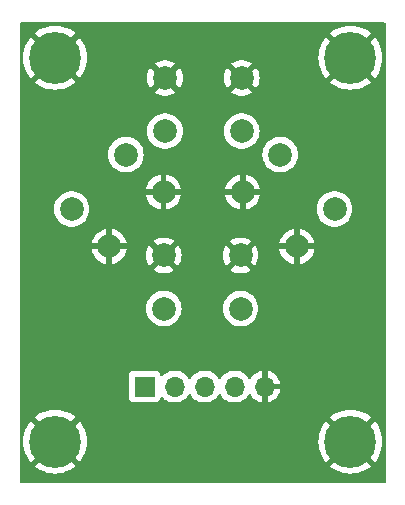
<source format=gbr>
%TF.GenerationSoftware,KiCad,Pcbnew,7.0.7*%
%TF.CreationDate,2023-09-26T19:09:09+01:00*%
%TF.ProjectId,dpad,64706164-2e6b-4696-9361-645f70636258,1*%
%TF.SameCoordinates,Original*%
%TF.FileFunction,Copper,L2,Bot*%
%TF.FilePolarity,Positive*%
%FSLAX46Y46*%
G04 Gerber Fmt 4.6, Leading zero omitted, Abs format (unit mm)*
G04 Created by KiCad (PCBNEW 7.0.7) date 2023-09-26 19:09:09*
%MOMM*%
%LPD*%
G01*
G04 APERTURE LIST*
%TA.AperFunction,ComponentPad*%
%ADD10C,4.400000*%
%TD*%
%TA.AperFunction,ComponentPad*%
%ADD11C,2.000000*%
%TD*%
%TA.AperFunction,ComponentPad*%
%ADD12R,1.700000X1.700000*%
%TD*%
%TA.AperFunction,ComponentPad*%
%ADD13O,1.700000X1.700000*%
%TD*%
G04 APERTURE END LIST*
D10*
%TO.P,H4,1,1*%
%TO.N,GND*%
X95400000Y-71200000D03*
%TD*%
%TO.P,H3,1,1*%
%TO.N,GND*%
X95400000Y-38700000D03*
%TD*%
%TO.P,H2,1,1*%
%TO.N,GND*%
X70400000Y-71200000D03*
%TD*%
%TO.P,H1,1,1*%
%TO.N,GND*%
X70400000Y-38700000D03*
%TD*%
D11*
%TO.P,SW2,1,1*%
%TO.N,D2*%
X86102000Y-59932000D03*
X79602000Y-59932000D03*
%TO.P,SW2,2,2*%
%TO.N,GND*%
X86102000Y-55432000D03*
X79602000Y-55432000D03*
%TD*%
%TO.P,SW4,1,1*%
%TO.N,D4*%
X89458894Y-46898913D03*
X94055088Y-51495107D03*
%TO.P,SW4,2,2*%
%TO.N,GND*%
X86276913Y-50080894D03*
X90873108Y-54677088D03*
%TD*%
%TO.P,SW3,1,1*%
%TO.N,D3*%
X86200000Y-44910000D03*
X79700000Y-44910000D03*
%TO.P,SW3,2,2*%
%TO.N,GND*%
X86200000Y-40410000D03*
X79700000Y-40410000D03*
%TD*%
%TO.P,SW1,1,1*%
%TO.N,D1*%
X71798913Y-51495107D03*
X76395107Y-46898913D03*
%TO.P,SW1,2,2*%
%TO.N,GND*%
X74980894Y-54677088D03*
X79577088Y-50080893D03*
%TD*%
D12*
%TO.P,J1,1,Pin_1*%
%TO.N,D1*%
X77974000Y-66536000D03*
D13*
%TO.P,J1,2,Pin_2*%
%TO.N,D2*%
X80514000Y-66536000D03*
%TO.P,J1,3,Pin_3*%
%TO.N,D3*%
X83054000Y-66536000D03*
%TO.P,J1,4,Pin_4*%
%TO.N,D4*%
X85594000Y-66536000D03*
%TO.P,J1,5,Pin_5*%
%TO.N,GND*%
X88134000Y-66536000D03*
%TD*%
%TA.AperFunction,Conductor*%
%TO.N,GND*%
G36*
X98342539Y-35720185D02*
G01*
X98388294Y-35772989D01*
X98399500Y-35824500D01*
X98399500Y-74575500D01*
X98379815Y-74642539D01*
X98327011Y-74688294D01*
X98275500Y-74699500D01*
X67524500Y-74699500D01*
X67457461Y-74679815D01*
X67411706Y-74627011D01*
X67400500Y-74575500D01*
X67400500Y-71200000D01*
X67695065Y-71200000D01*
X67714786Y-71526038D01*
X67773667Y-71847341D01*
X67870835Y-72159164D01*
X67870839Y-72159175D01*
X68004897Y-72457041D01*
X68004898Y-72457043D01*
X68173887Y-72736586D01*
X68321477Y-72924968D01*
X69360554Y-71885891D01*
X69421877Y-71852406D01*
X69491569Y-71857390D01*
X69547502Y-71899262D01*
X69549242Y-71901644D01*
X69564893Y-71923623D01*
X69564895Y-71923625D01*
X69711041Y-72062975D01*
X69745976Y-72123484D01*
X69742651Y-72193274D01*
X69713152Y-72240399D01*
X68675030Y-73278521D01*
X68675030Y-73278522D01*
X68863414Y-73426112D01*
X68863423Y-73426118D01*
X69142956Y-73595101D01*
X69142958Y-73595102D01*
X69440824Y-73729160D01*
X69440835Y-73729164D01*
X69752658Y-73826332D01*
X70073961Y-73885213D01*
X70400000Y-73904934D01*
X70726038Y-73885213D01*
X71047341Y-73826332D01*
X71359164Y-73729164D01*
X71359175Y-73729160D01*
X71657041Y-73595102D01*
X71657043Y-73595101D01*
X71936576Y-73426118D01*
X71936584Y-73426112D01*
X72124968Y-73278522D01*
X72124968Y-73278521D01*
X71084234Y-72237787D01*
X71050749Y-72176464D01*
X71055733Y-72106772D01*
X71095263Y-72052636D01*
X71162540Y-71999729D01*
X71256723Y-71891035D01*
X71315496Y-71853264D01*
X71385365Y-71853263D01*
X71438113Y-71884560D01*
X72478521Y-72924968D01*
X72478522Y-72924968D01*
X72626112Y-72736584D01*
X72626118Y-72736576D01*
X72795101Y-72457043D01*
X72795102Y-72457041D01*
X72929160Y-72159175D01*
X72929164Y-72159164D01*
X73026332Y-71847341D01*
X73085213Y-71526038D01*
X73104934Y-71200000D01*
X92695065Y-71200000D01*
X92714786Y-71526038D01*
X92773667Y-71847341D01*
X92870835Y-72159164D01*
X92870839Y-72159175D01*
X93004897Y-72457041D01*
X93004898Y-72457043D01*
X93173887Y-72736586D01*
X93321477Y-72924968D01*
X94360554Y-71885891D01*
X94421877Y-71852406D01*
X94491569Y-71857390D01*
X94547502Y-71899262D01*
X94549242Y-71901644D01*
X94564893Y-71923623D01*
X94564895Y-71923625D01*
X94711041Y-72062975D01*
X94745976Y-72123484D01*
X94742651Y-72193274D01*
X94713152Y-72240399D01*
X93675030Y-73278521D01*
X93675030Y-73278522D01*
X93863414Y-73426112D01*
X93863423Y-73426118D01*
X94142956Y-73595101D01*
X94142958Y-73595102D01*
X94440824Y-73729160D01*
X94440835Y-73729164D01*
X94752658Y-73826332D01*
X95073961Y-73885213D01*
X95400000Y-73904934D01*
X95726038Y-73885213D01*
X96047341Y-73826332D01*
X96359164Y-73729164D01*
X96359175Y-73729160D01*
X96657041Y-73595102D01*
X96657043Y-73595101D01*
X96936576Y-73426118D01*
X96936584Y-73426112D01*
X97124968Y-73278522D01*
X97124968Y-73278521D01*
X96084234Y-72237787D01*
X96050749Y-72176464D01*
X96055733Y-72106772D01*
X96095263Y-72052636D01*
X96162540Y-71999729D01*
X96256723Y-71891035D01*
X96315496Y-71853264D01*
X96385365Y-71853263D01*
X96438113Y-71884560D01*
X97478521Y-72924968D01*
X97478522Y-72924968D01*
X97626112Y-72736584D01*
X97626118Y-72736576D01*
X97795101Y-72457043D01*
X97795102Y-72457041D01*
X97929160Y-72159175D01*
X97929164Y-72159164D01*
X98026332Y-71847341D01*
X98085213Y-71526038D01*
X98104934Y-71200000D01*
X98085213Y-70873961D01*
X98026332Y-70552658D01*
X97929164Y-70240835D01*
X97929160Y-70240824D01*
X97795102Y-69942958D01*
X97795101Y-69942956D01*
X97626118Y-69663423D01*
X97626112Y-69663414D01*
X97478521Y-69475030D01*
X96439444Y-70514107D01*
X96378121Y-70547592D01*
X96308429Y-70542608D01*
X96252496Y-70500736D01*
X96250755Y-70498352D01*
X96235108Y-70476378D01*
X96235104Y-70476374D01*
X96088957Y-70337023D01*
X96054022Y-70276514D01*
X96057347Y-70206724D01*
X96086846Y-70159599D01*
X97124968Y-69121477D01*
X97124968Y-69121476D01*
X96936586Y-68973887D01*
X96657043Y-68804898D01*
X96657041Y-68804897D01*
X96359175Y-68670839D01*
X96359164Y-68670835D01*
X96047341Y-68573667D01*
X95726038Y-68514786D01*
X95400000Y-68495065D01*
X95073961Y-68514786D01*
X94752658Y-68573667D01*
X94440835Y-68670835D01*
X94440824Y-68670839D01*
X94142958Y-68804897D01*
X94142956Y-68804898D01*
X93863423Y-68973881D01*
X93675030Y-69121476D01*
X93675030Y-69121477D01*
X94715765Y-70162212D01*
X94749250Y-70223535D01*
X94744266Y-70293227D01*
X94704737Y-70347363D01*
X94637458Y-70400272D01*
X94637453Y-70400277D01*
X94543278Y-70508960D01*
X94484500Y-70546734D01*
X94414630Y-70546734D01*
X94361885Y-70515438D01*
X93321477Y-69475030D01*
X93321476Y-69475030D01*
X93173881Y-69663423D01*
X93004898Y-69942956D01*
X93004897Y-69942958D01*
X92870839Y-70240824D01*
X92870835Y-70240835D01*
X92773667Y-70552658D01*
X92714786Y-70873961D01*
X92695065Y-71200000D01*
X73104934Y-71200000D01*
X73085213Y-70873961D01*
X73026332Y-70552658D01*
X72929164Y-70240835D01*
X72929160Y-70240824D01*
X72795102Y-69942958D01*
X72795101Y-69942956D01*
X72626118Y-69663423D01*
X72626112Y-69663414D01*
X72478521Y-69475030D01*
X71439444Y-70514107D01*
X71378121Y-70547592D01*
X71308429Y-70542608D01*
X71252496Y-70500736D01*
X71250755Y-70498352D01*
X71235108Y-70476378D01*
X71235104Y-70476374D01*
X71088957Y-70337023D01*
X71054022Y-70276514D01*
X71057347Y-70206724D01*
X71086846Y-70159599D01*
X72124968Y-69121477D01*
X72124968Y-69121476D01*
X71936586Y-68973887D01*
X71657043Y-68804898D01*
X71657041Y-68804897D01*
X71359175Y-68670839D01*
X71359164Y-68670835D01*
X71047341Y-68573667D01*
X70726038Y-68514786D01*
X70400000Y-68495065D01*
X70073961Y-68514786D01*
X69752658Y-68573667D01*
X69440835Y-68670835D01*
X69440824Y-68670839D01*
X69142958Y-68804897D01*
X69142956Y-68804898D01*
X68863423Y-68973881D01*
X68675030Y-69121476D01*
X68675030Y-69121477D01*
X69715765Y-70162212D01*
X69749250Y-70223535D01*
X69744266Y-70293227D01*
X69704737Y-70347363D01*
X69637458Y-70400272D01*
X69637453Y-70400277D01*
X69543278Y-70508960D01*
X69484500Y-70546734D01*
X69414630Y-70546734D01*
X69361885Y-70515438D01*
X68321477Y-69475030D01*
X68321476Y-69475030D01*
X68173881Y-69663423D01*
X68004898Y-69942956D01*
X68004897Y-69942958D01*
X67870839Y-70240824D01*
X67870835Y-70240835D01*
X67773667Y-70552658D01*
X67714786Y-70873961D01*
X67695065Y-71200000D01*
X67400500Y-71200000D01*
X67400500Y-67433870D01*
X76623500Y-67433870D01*
X76623501Y-67433876D01*
X76629908Y-67493483D01*
X76680202Y-67628328D01*
X76680206Y-67628335D01*
X76766452Y-67743544D01*
X76766455Y-67743547D01*
X76881664Y-67829793D01*
X76881671Y-67829797D01*
X77016517Y-67880091D01*
X77016516Y-67880091D01*
X77023444Y-67880835D01*
X77076127Y-67886500D01*
X78871872Y-67886499D01*
X78931483Y-67880091D01*
X79066331Y-67829796D01*
X79181546Y-67743546D01*
X79267796Y-67628331D01*
X79316810Y-67496916D01*
X79358681Y-67440984D01*
X79424145Y-67416566D01*
X79492418Y-67431417D01*
X79520672Y-67452569D01*
X79642599Y-67574495D01*
X79739384Y-67642264D01*
X79836165Y-67710032D01*
X79836167Y-67710033D01*
X79836170Y-67710035D01*
X80050337Y-67809903D01*
X80278592Y-67871063D01*
X80455034Y-67886500D01*
X80513999Y-67891659D01*
X80514000Y-67891659D01*
X80514001Y-67891659D01*
X80572966Y-67886500D01*
X80749408Y-67871063D01*
X80977663Y-67809903D01*
X81191830Y-67710035D01*
X81385401Y-67574495D01*
X81552495Y-67407401D01*
X81682424Y-67221842D01*
X81737002Y-67178217D01*
X81806500Y-67171023D01*
X81868855Y-67202546D01*
X81885575Y-67221842D01*
X82015281Y-67407082D01*
X82015505Y-67407401D01*
X82182599Y-67574495D01*
X82279384Y-67642264D01*
X82376165Y-67710032D01*
X82376167Y-67710033D01*
X82376170Y-67710035D01*
X82590337Y-67809903D01*
X82818592Y-67871063D01*
X82995034Y-67886500D01*
X83053999Y-67891659D01*
X83054000Y-67891659D01*
X83054001Y-67891659D01*
X83112966Y-67886500D01*
X83289408Y-67871063D01*
X83517663Y-67809903D01*
X83731830Y-67710035D01*
X83925401Y-67574495D01*
X84092495Y-67407401D01*
X84222424Y-67221842D01*
X84277002Y-67178217D01*
X84346500Y-67171023D01*
X84408855Y-67202546D01*
X84425575Y-67221842D01*
X84555281Y-67407082D01*
X84555505Y-67407401D01*
X84722599Y-67574495D01*
X84819384Y-67642264D01*
X84916165Y-67710032D01*
X84916167Y-67710033D01*
X84916170Y-67710035D01*
X85130337Y-67809903D01*
X85358592Y-67871063D01*
X85535034Y-67886500D01*
X85593999Y-67891659D01*
X85594000Y-67891659D01*
X85594001Y-67891659D01*
X85652966Y-67886500D01*
X85829408Y-67871063D01*
X86057663Y-67809903D01*
X86271830Y-67710035D01*
X86465401Y-67574495D01*
X86632495Y-67407401D01*
X86762730Y-67221405D01*
X86817307Y-67177781D01*
X86886805Y-67170587D01*
X86949160Y-67202110D01*
X86965879Y-67221405D01*
X87095890Y-67407078D01*
X87262917Y-67574105D01*
X87456421Y-67709600D01*
X87670507Y-67809429D01*
X87670516Y-67809433D01*
X87884000Y-67866634D01*
X87884000Y-67148301D01*
X87903685Y-67081262D01*
X87956489Y-67035507D01*
X88025647Y-67025563D01*
X88098237Y-67036000D01*
X88098238Y-67036000D01*
X88169762Y-67036000D01*
X88169763Y-67036000D01*
X88242353Y-67025563D01*
X88311512Y-67035507D01*
X88364315Y-67081262D01*
X88384000Y-67148301D01*
X88384000Y-67866633D01*
X88597483Y-67809433D01*
X88597492Y-67809429D01*
X88811578Y-67709600D01*
X89005082Y-67574105D01*
X89172105Y-67407082D01*
X89307600Y-67213578D01*
X89407429Y-66999492D01*
X89407432Y-66999486D01*
X89464636Y-66786000D01*
X88747347Y-66786000D01*
X88680308Y-66766315D01*
X88634553Y-66713511D01*
X88624609Y-66644353D01*
X88628369Y-66627067D01*
X88634000Y-66607888D01*
X88634000Y-66464111D01*
X88628369Y-66444933D01*
X88628370Y-66375064D01*
X88666145Y-66316286D01*
X88729701Y-66287262D01*
X88747347Y-66286000D01*
X89464636Y-66286000D01*
X89464635Y-66285999D01*
X89407432Y-66072513D01*
X89407429Y-66072507D01*
X89307600Y-65858422D01*
X89307599Y-65858420D01*
X89172113Y-65664926D01*
X89172108Y-65664920D01*
X89005082Y-65497894D01*
X88811578Y-65362399D01*
X88597492Y-65262570D01*
X88597486Y-65262567D01*
X88384000Y-65205364D01*
X88384000Y-65923698D01*
X88364315Y-65990737D01*
X88311511Y-66036492D01*
X88242355Y-66046436D01*
X88169766Y-66036000D01*
X88169763Y-66036000D01*
X88098237Y-66036000D01*
X88098233Y-66036000D01*
X88025645Y-66046436D01*
X87956487Y-66036492D01*
X87903684Y-65990736D01*
X87884000Y-65923698D01*
X87884000Y-65205364D01*
X87883999Y-65205364D01*
X87670513Y-65262567D01*
X87670507Y-65262570D01*
X87456422Y-65362399D01*
X87456420Y-65362400D01*
X87262926Y-65497886D01*
X87262920Y-65497891D01*
X87095891Y-65664920D01*
X87095890Y-65664922D01*
X86965880Y-65850595D01*
X86911303Y-65894219D01*
X86841804Y-65901412D01*
X86779450Y-65869890D01*
X86762730Y-65850594D01*
X86632494Y-65664597D01*
X86465402Y-65497506D01*
X86465395Y-65497501D01*
X86271834Y-65361967D01*
X86271830Y-65361965D01*
X86271830Y-65361964D01*
X86057663Y-65262097D01*
X86057659Y-65262096D01*
X86057655Y-65262094D01*
X85829413Y-65200938D01*
X85829403Y-65200936D01*
X85594001Y-65180341D01*
X85593999Y-65180341D01*
X85358596Y-65200936D01*
X85358586Y-65200938D01*
X85130344Y-65262094D01*
X85130335Y-65262098D01*
X84916171Y-65361964D01*
X84916169Y-65361965D01*
X84722597Y-65497505D01*
X84555505Y-65664597D01*
X84425575Y-65850158D01*
X84370998Y-65893783D01*
X84301500Y-65900977D01*
X84239145Y-65869454D01*
X84222425Y-65850158D01*
X84092494Y-65664597D01*
X83925402Y-65497506D01*
X83925395Y-65497501D01*
X83731834Y-65361967D01*
X83731830Y-65361965D01*
X83731829Y-65361964D01*
X83517663Y-65262097D01*
X83517659Y-65262096D01*
X83517655Y-65262094D01*
X83289413Y-65200938D01*
X83289403Y-65200936D01*
X83054001Y-65180341D01*
X83053999Y-65180341D01*
X82818596Y-65200936D01*
X82818586Y-65200938D01*
X82590344Y-65262094D01*
X82590335Y-65262098D01*
X82376171Y-65361964D01*
X82376169Y-65361965D01*
X82182597Y-65497505D01*
X82015505Y-65664597D01*
X81885575Y-65850158D01*
X81830998Y-65893783D01*
X81761500Y-65900977D01*
X81699145Y-65869454D01*
X81682425Y-65850158D01*
X81552494Y-65664597D01*
X81385402Y-65497506D01*
X81385395Y-65497501D01*
X81191834Y-65361967D01*
X81191830Y-65361965D01*
X81191828Y-65361964D01*
X80977663Y-65262097D01*
X80977659Y-65262096D01*
X80977655Y-65262094D01*
X80749413Y-65200938D01*
X80749403Y-65200936D01*
X80514001Y-65180341D01*
X80513999Y-65180341D01*
X80278596Y-65200936D01*
X80278586Y-65200938D01*
X80050344Y-65262094D01*
X80050335Y-65262098D01*
X79836171Y-65361964D01*
X79836169Y-65361965D01*
X79642600Y-65497503D01*
X79520673Y-65619430D01*
X79459350Y-65652914D01*
X79389658Y-65647930D01*
X79333725Y-65606058D01*
X79316810Y-65575081D01*
X79267797Y-65443671D01*
X79267793Y-65443664D01*
X79181547Y-65328455D01*
X79181544Y-65328452D01*
X79066335Y-65242206D01*
X79066328Y-65242202D01*
X78931482Y-65191908D01*
X78931483Y-65191908D01*
X78871883Y-65185501D01*
X78871881Y-65185500D01*
X78871873Y-65185500D01*
X78871864Y-65185500D01*
X77076129Y-65185500D01*
X77076123Y-65185501D01*
X77016516Y-65191908D01*
X76881671Y-65242202D01*
X76881664Y-65242206D01*
X76766455Y-65328452D01*
X76766452Y-65328455D01*
X76680206Y-65443664D01*
X76680202Y-65443671D01*
X76629908Y-65578517D01*
X76623501Y-65638116D01*
X76623500Y-65638135D01*
X76623500Y-67433870D01*
X67400500Y-67433870D01*
X67400500Y-59932005D01*
X78096357Y-59932005D01*
X78116890Y-60179812D01*
X78116892Y-60179824D01*
X78177936Y-60420881D01*
X78277826Y-60648606D01*
X78413833Y-60856782D01*
X78413836Y-60856785D01*
X78582256Y-61039738D01*
X78778491Y-61192474D01*
X78997190Y-61310828D01*
X79232386Y-61391571D01*
X79477665Y-61432500D01*
X79726335Y-61432500D01*
X79971614Y-61391571D01*
X80206810Y-61310828D01*
X80425509Y-61192474D01*
X80621744Y-61039738D01*
X80790164Y-60856785D01*
X80926173Y-60648607D01*
X81026063Y-60420881D01*
X81087108Y-60179821D01*
X81107643Y-59932005D01*
X84596357Y-59932005D01*
X84616890Y-60179812D01*
X84616892Y-60179824D01*
X84677936Y-60420881D01*
X84777826Y-60648606D01*
X84913833Y-60856782D01*
X84913836Y-60856785D01*
X85082256Y-61039738D01*
X85278491Y-61192474D01*
X85497190Y-61310828D01*
X85732386Y-61391571D01*
X85977665Y-61432500D01*
X86226335Y-61432500D01*
X86471614Y-61391571D01*
X86706810Y-61310828D01*
X86925509Y-61192474D01*
X87121744Y-61039738D01*
X87290164Y-60856785D01*
X87426173Y-60648607D01*
X87526063Y-60420881D01*
X87587108Y-60179821D01*
X87607643Y-59932000D01*
X87587108Y-59684179D01*
X87526063Y-59443119D01*
X87426173Y-59215393D01*
X87426173Y-59215392D01*
X87290166Y-59007217D01*
X87268557Y-58983744D01*
X87121744Y-58824262D01*
X86925509Y-58671526D01*
X86925507Y-58671525D01*
X86925506Y-58671524D01*
X86706811Y-58553172D01*
X86706802Y-58553169D01*
X86471616Y-58472429D01*
X86226335Y-58431500D01*
X85977665Y-58431500D01*
X85732383Y-58472429D01*
X85497197Y-58553169D01*
X85497188Y-58553172D01*
X85278493Y-58671524D01*
X85082257Y-58824261D01*
X84913833Y-59007217D01*
X84777826Y-59215393D01*
X84677936Y-59443118D01*
X84616892Y-59684175D01*
X84616890Y-59684187D01*
X84596357Y-59931994D01*
X84596357Y-59932005D01*
X81107643Y-59932005D01*
X81107643Y-59932000D01*
X81087108Y-59684179D01*
X81026063Y-59443119D01*
X80926173Y-59215393D01*
X80926172Y-59215392D01*
X80790166Y-59007217D01*
X80768557Y-58983744D01*
X80621744Y-58824262D01*
X80425509Y-58671526D01*
X80425507Y-58671525D01*
X80425506Y-58671524D01*
X80206811Y-58553172D01*
X80206802Y-58553169D01*
X79971616Y-58472429D01*
X79726335Y-58431500D01*
X79477665Y-58431500D01*
X79232383Y-58472429D01*
X78997197Y-58553169D01*
X78997188Y-58553172D01*
X78778493Y-58671524D01*
X78582257Y-58824261D01*
X78413833Y-59007217D01*
X78277826Y-59215393D01*
X78177936Y-59443118D01*
X78116892Y-59684175D01*
X78116890Y-59684187D01*
X78096357Y-59931994D01*
X78096357Y-59932005D01*
X67400500Y-59932005D01*
X67400500Y-54927088D01*
X73496854Y-54927088D01*
X73557305Y-55165804D01*
X73657161Y-55393455D01*
X73793126Y-55601566D01*
X73961486Y-55784452D01*
X73961496Y-55784461D01*
X74157656Y-55937139D01*
X74157665Y-55937145D01*
X74376279Y-56055452D01*
X74376290Y-56055457D01*
X74611401Y-56136171D01*
X74730893Y-56156111D01*
X74730894Y-56156110D01*
X74730894Y-55341740D01*
X74750579Y-55274701D01*
X74803383Y-55228946D01*
X74872541Y-55219002D01*
X74888341Y-55222336D01*
X74905298Y-55227088D01*
X74905300Y-55227088D01*
X75018516Y-55227088D01*
X75090010Y-55217261D01*
X75159104Y-55227633D01*
X75211623Y-55273715D01*
X75230894Y-55340106D01*
X75230894Y-56156111D01*
X75350386Y-56136171D01*
X75585497Y-56055457D01*
X75585508Y-56055452D01*
X75804122Y-55937145D01*
X75804131Y-55937139D01*
X76000291Y-55784461D01*
X76000301Y-55784452D01*
X76168661Y-55601566D01*
X76279440Y-55432005D01*
X78096859Y-55432005D01*
X78117385Y-55679729D01*
X78117387Y-55679738D01*
X78178412Y-55920717D01*
X78278266Y-56148364D01*
X78378564Y-56301882D01*
X78953482Y-55726964D01*
X79014805Y-55693479D01*
X79084496Y-55698463D01*
X79140430Y-55740334D01*
X79143514Y-55745249D01*
X79143549Y-55745225D01*
X79148441Y-55752156D01*
X79251637Y-55862651D01*
X79251638Y-55862652D01*
X79286698Y-55883973D01*
X79333749Y-55935623D01*
X79345407Y-56004513D01*
X79317970Y-56068770D01*
X79309950Y-56077601D01*
X78731942Y-56655609D01*
X78778768Y-56692055D01*
X78778770Y-56692056D01*
X78997385Y-56810364D01*
X78997396Y-56810369D01*
X79232506Y-56891083D01*
X79477707Y-56932000D01*
X79726293Y-56932000D01*
X79971493Y-56891083D01*
X80206603Y-56810369D01*
X80206614Y-56810364D01*
X80425228Y-56692057D01*
X80425231Y-56692055D01*
X80472056Y-56655609D01*
X79895165Y-56078718D01*
X79861680Y-56017395D01*
X79866664Y-55947703D01*
X79904588Y-55894853D01*
X80007739Y-55810934D01*
X80058052Y-55739655D01*
X80112793Y-55696239D01*
X80182318Y-55689310D01*
X80244553Y-55721068D01*
X80247037Y-55723484D01*
X80825434Y-56301882D01*
X80925731Y-56148369D01*
X81025587Y-55920717D01*
X81086612Y-55679738D01*
X81086614Y-55679729D01*
X81107141Y-55432005D01*
X84596858Y-55432005D01*
X84617385Y-55679729D01*
X84617387Y-55679738D01*
X84678412Y-55920717D01*
X84778266Y-56148364D01*
X84878564Y-56301882D01*
X85453482Y-55726964D01*
X85514805Y-55693479D01*
X85584496Y-55698463D01*
X85640430Y-55740334D01*
X85643514Y-55745249D01*
X85643549Y-55745225D01*
X85648441Y-55752156D01*
X85751637Y-55862651D01*
X85751638Y-55862652D01*
X85786698Y-55883973D01*
X85833749Y-55935623D01*
X85845407Y-56004513D01*
X85817970Y-56068770D01*
X85809950Y-56077601D01*
X85231942Y-56655609D01*
X85278768Y-56692055D01*
X85278770Y-56692056D01*
X85497385Y-56810364D01*
X85497396Y-56810369D01*
X85732506Y-56891083D01*
X85977707Y-56932000D01*
X86226293Y-56932000D01*
X86471493Y-56891083D01*
X86706603Y-56810369D01*
X86706614Y-56810364D01*
X86925228Y-56692057D01*
X86925231Y-56692055D01*
X86972056Y-56655609D01*
X86395165Y-56078718D01*
X86361680Y-56017395D01*
X86366664Y-55947703D01*
X86404588Y-55894853D01*
X86507739Y-55810934D01*
X86558052Y-55739655D01*
X86612793Y-55696239D01*
X86682318Y-55689310D01*
X86744553Y-55721068D01*
X86747037Y-55723484D01*
X87325434Y-56301882D01*
X87425731Y-56148369D01*
X87525587Y-55920717D01*
X87586612Y-55679738D01*
X87586614Y-55679729D01*
X87607141Y-55432005D01*
X87607141Y-55431994D01*
X87586614Y-55184270D01*
X87586612Y-55184261D01*
X87525587Y-54943282D01*
X87518484Y-54927088D01*
X89389068Y-54927088D01*
X89449519Y-55165804D01*
X89549375Y-55393455D01*
X89685340Y-55601566D01*
X89853700Y-55784452D01*
X89853710Y-55784461D01*
X90049870Y-55937139D01*
X90049879Y-55937145D01*
X90268493Y-56055452D01*
X90268504Y-56055457D01*
X90503615Y-56136171D01*
X90623107Y-56156111D01*
X90623108Y-56156110D01*
X90623108Y-55341740D01*
X90642793Y-55274701D01*
X90695597Y-55228946D01*
X90764755Y-55219002D01*
X90780555Y-55222336D01*
X90797512Y-55227088D01*
X90797514Y-55227088D01*
X90910730Y-55227088D01*
X90982224Y-55217261D01*
X91051318Y-55227633D01*
X91103837Y-55273715D01*
X91123108Y-55340106D01*
X91123108Y-56156111D01*
X91242600Y-56136171D01*
X91477711Y-56055457D01*
X91477722Y-56055452D01*
X91696336Y-55937145D01*
X91696345Y-55937139D01*
X91892505Y-55784461D01*
X91892515Y-55784452D01*
X92060875Y-55601566D01*
X92196840Y-55393455D01*
X92296696Y-55165804D01*
X92357148Y-54927088D01*
X91540064Y-54927088D01*
X91473025Y-54907403D01*
X91427270Y-54854599D01*
X91416353Y-54794625D01*
X91416916Y-54786397D01*
X91426985Y-54639202D01*
X91413917Y-54576315D01*
X91419551Y-54506674D01*
X91461942Y-54451133D01*
X91527631Y-54427327D01*
X91535324Y-54427088D01*
X92357148Y-54427088D01*
X92296696Y-54188371D01*
X92196840Y-53960720D01*
X92060875Y-53752609D01*
X91892515Y-53569723D01*
X91892505Y-53569714D01*
X91696345Y-53417036D01*
X91696336Y-53417030D01*
X91477722Y-53298723D01*
X91477711Y-53298718D01*
X91242600Y-53218004D01*
X91123108Y-53198064D01*
X91123108Y-54012435D01*
X91103423Y-54079474D01*
X91050619Y-54125229D01*
X90981461Y-54135173D01*
X90965655Y-54131837D01*
X90948706Y-54127088D01*
X90948704Y-54127088D01*
X90835486Y-54127088D01*
X90835484Y-54127088D01*
X90763992Y-54136914D01*
X90694897Y-54126541D01*
X90642378Y-54080459D01*
X90623108Y-54014069D01*
X90623108Y-53198064D01*
X90623107Y-53198064D01*
X90503615Y-53218004D01*
X90268504Y-53298718D01*
X90268493Y-53298723D01*
X90049879Y-53417030D01*
X90049870Y-53417036D01*
X89853710Y-53569714D01*
X89853700Y-53569723D01*
X89685340Y-53752609D01*
X89549375Y-53960720D01*
X89449519Y-54188371D01*
X89389068Y-54427088D01*
X90206152Y-54427088D01*
X90273191Y-54446773D01*
X90318946Y-54499577D01*
X90329863Y-54559551D01*
X90329549Y-54564133D01*
X90329549Y-54564135D01*
X90319231Y-54714974D01*
X90319368Y-54715632D01*
X90332299Y-54777860D01*
X90326665Y-54847502D01*
X90284274Y-54903043D01*
X90218585Y-54926849D01*
X90210892Y-54927088D01*
X89389068Y-54927088D01*
X87518484Y-54927088D01*
X87425731Y-54715630D01*
X87325434Y-54562116D01*
X86750517Y-55137034D01*
X86689194Y-55170519D01*
X86619502Y-55165535D01*
X86563569Y-55123663D01*
X86560486Y-55118750D01*
X86560451Y-55118775D01*
X86555558Y-55111843D01*
X86500661Y-55053064D01*
X86452362Y-55001348D01*
X86417300Y-54980026D01*
X86370248Y-54928374D01*
X86358591Y-54859484D01*
X86386029Y-54795227D01*
X86394048Y-54786397D01*
X86972056Y-54208389D01*
X86925229Y-54171943D01*
X86706614Y-54053635D01*
X86706603Y-54053630D01*
X86471493Y-53972916D01*
X86226293Y-53932000D01*
X85977707Y-53932000D01*
X85732506Y-53972916D01*
X85497396Y-54053630D01*
X85497390Y-54053632D01*
X85278761Y-54171949D01*
X85231942Y-54208388D01*
X85231942Y-54208390D01*
X85808833Y-54785280D01*
X85842318Y-54846603D01*
X85837334Y-54916294D01*
X85799408Y-54969148D01*
X85696262Y-55053064D01*
X85696258Y-55053069D01*
X85645947Y-55124343D01*
X85591204Y-55167760D01*
X85521679Y-55174689D01*
X85459444Y-55142930D01*
X85456962Y-55140515D01*
X84878564Y-54562116D01*
X84778267Y-54715632D01*
X84678412Y-54943282D01*
X84617387Y-55184261D01*
X84617385Y-55184270D01*
X84596858Y-55431994D01*
X84596858Y-55432005D01*
X81107141Y-55432005D01*
X81107141Y-55431994D01*
X81086614Y-55184270D01*
X81086612Y-55184261D01*
X81025587Y-54943282D01*
X80925731Y-54715630D01*
X80825434Y-54562116D01*
X80250517Y-55137034D01*
X80189194Y-55170519D01*
X80119502Y-55165535D01*
X80063569Y-55123663D01*
X80060486Y-55118750D01*
X80060451Y-55118775D01*
X80055558Y-55111843D01*
X80000661Y-55053064D01*
X79952362Y-55001348D01*
X79917300Y-54980026D01*
X79870248Y-54928374D01*
X79858591Y-54859484D01*
X79886029Y-54795227D01*
X79894048Y-54786397D01*
X80472056Y-54208389D01*
X80425229Y-54171943D01*
X80206614Y-54053635D01*
X80206603Y-54053630D01*
X79971493Y-53972916D01*
X79726293Y-53932000D01*
X79477707Y-53932000D01*
X79232506Y-53972916D01*
X78997396Y-54053630D01*
X78997390Y-54053632D01*
X78778761Y-54171949D01*
X78731942Y-54208388D01*
X78731942Y-54208390D01*
X79308833Y-54785280D01*
X79342318Y-54846603D01*
X79337334Y-54916294D01*
X79299408Y-54969148D01*
X79196262Y-55053064D01*
X79196258Y-55053069D01*
X79145947Y-55124343D01*
X79091204Y-55167760D01*
X79021679Y-55174689D01*
X78959444Y-55142930D01*
X78956962Y-55140515D01*
X78378564Y-54562116D01*
X78278267Y-54715632D01*
X78178412Y-54943282D01*
X78117387Y-55184261D01*
X78117385Y-55184270D01*
X78096859Y-55431994D01*
X78096859Y-55432005D01*
X76279440Y-55432005D01*
X76304626Y-55393455D01*
X76404482Y-55165804D01*
X76464934Y-54927088D01*
X75647850Y-54927088D01*
X75580811Y-54907403D01*
X75535056Y-54854599D01*
X75524139Y-54794625D01*
X75524702Y-54786397D01*
X75534771Y-54639202D01*
X75521703Y-54576315D01*
X75527337Y-54506674D01*
X75569728Y-54451133D01*
X75635417Y-54427327D01*
X75643110Y-54427088D01*
X76464934Y-54427088D01*
X76404482Y-54188371D01*
X76304626Y-53960720D01*
X76168661Y-53752609D01*
X76000301Y-53569723D01*
X76000291Y-53569714D01*
X75804131Y-53417036D01*
X75804122Y-53417030D01*
X75585508Y-53298723D01*
X75585497Y-53298718D01*
X75350386Y-53218004D01*
X75230894Y-53198064D01*
X75230894Y-54012435D01*
X75211209Y-54079474D01*
X75158405Y-54125229D01*
X75089247Y-54135173D01*
X75073441Y-54131837D01*
X75056492Y-54127088D01*
X75056490Y-54127088D01*
X74943272Y-54127088D01*
X74943270Y-54127088D01*
X74871778Y-54136914D01*
X74802683Y-54126541D01*
X74750164Y-54080459D01*
X74730894Y-54014069D01*
X74730894Y-53198064D01*
X74730893Y-53198064D01*
X74611401Y-53218004D01*
X74376290Y-53298718D01*
X74376279Y-53298723D01*
X74157665Y-53417030D01*
X74157656Y-53417036D01*
X73961496Y-53569714D01*
X73961486Y-53569723D01*
X73793126Y-53752609D01*
X73657161Y-53960720D01*
X73557305Y-54188371D01*
X73496854Y-54427088D01*
X74313938Y-54427088D01*
X74380977Y-54446773D01*
X74426732Y-54499577D01*
X74437649Y-54559551D01*
X74437335Y-54564133D01*
X74437335Y-54564135D01*
X74427017Y-54714974D01*
X74427154Y-54715632D01*
X74440085Y-54777860D01*
X74434451Y-54847502D01*
X74392060Y-54903043D01*
X74326371Y-54926849D01*
X74318678Y-54927088D01*
X73496854Y-54927088D01*
X67400500Y-54927088D01*
X67400500Y-51495112D01*
X70293270Y-51495112D01*
X70313803Y-51742919D01*
X70313805Y-51742931D01*
X70374849Y-51983988D01*
X70474739Y-52211713D01*
X70610746Y-52419889D01*
X70610749Y-52419892D01*
X70779169Y-52602845D01*
X70975404Y-52755581D01*
X71194103Y-52873935D01*
X71429299Y-52954678D01*
X71674578Y-52995607D01*
X71923248Y-52995607D01*
X72168527Y-52954678D01*
X72403723Y-52873935D01*
X72622422Y-52755581D01*
X72818657Y-52602845D01*
X72987077Y-52419892D01*
X73123086Y-52211714D01*
X73222976Y-51983988D01*
X73284021Y-51742928D01*
X73304556Y-51495107D01*
X73301585Y-51459258D01*
X73284022Y-51247294D01*
X73284020Y-51247282D01*
X73222976Y-51006225D01*
X73123086Y-50778500D01*
X72987079Y-50570324D01*
X72885359Y-50459827D01*
X72818657Y-50387369D01*
X72746097Y-50330893D01*
X78093048Y-50330893D01*
X78153499Y-50569609D01*
X78253355Y-50797260D01*
X78389320Y-51005371D01*
X78557680Y-51188257D01*
X78557690Y-51188266D01*
X78753850Y-51340944D01*
X78753859Y-51340950D01*
X78972473Y-51459257D01*
X78972484Y-51459262D01*
X79207595Y-51539976D01*
X79327087Y-51559916D01*
X79327088Y-51559915D01*
X79327088Y-50745545D01*
X79346773Y-50678506D01*
X79399577Y-50632751D01*
X79468735Y-50622807D01*
X79484535Y-50626141D01*
X79501492Y-50630893D01*
X79501494Y-50630893D01*
X79614710Y-50630893D01*
X79686204Y-50621066D01*
X79755298Y-50631438D01*
X79807817Y-50677520D01*
X79827088Y-50743911D01*
X79827088Y-51559916D01*
X79946580Y-51539976D01*
X80181691Y-51459262D01*
X80181702Y-51459257D01*
X80400316Y-51340950D01*
X80400325Y-51340944D01*
X80596485Y-51188266D01*
X80596495Y-51188257D01*
X80764855Y-51005371D01*
X80900820Y-50797260D01*
X81000676Y-50569609D01*
X81061128Y-50330894D01*
X84792873Y-50330894D01*
X84853324Y-50569610D01*
X84953180Y-50797261D01*
X85089145Y-51005372D01*
X85257505Y-51188258D01*
X85257515Y-51188267D01*
X85453675Y-51340945D01*
X85453684Y-51340951D01*
X85672298Y-51459258D01*
X85672309Y-51459263D01*
X85907420Y-51539977D01*
X86026912Y-51559917D01*
X86026913Y-51559916D01*
X86026913Y-50745546D01*
X86046598Y-50678507D01*
X86099402Y-50632752D01*
X86168560Y-50622808D01*
X86184360Y-50626142D01*
X86201317Y-50630894D01*
X86201319Y-50630894D01*
X86314535Y-50630894D01*
X86386029Y-50621067D01*
X86455123Y-50631439D01*
X86507642Y-50677521D01*
X86526913Y-50743912D01*
X86526913Y-51559917D01*
X86646405Y-51539977D01*
X86777092Y-51495112D01*
X92549445Y-51495112D01*
X92569978Y-51742919D01*
X92569980Y-51742931D01*
X92631024Y-51983988D01*
X92730914Y-52211713D01*
X92866921Y-52419889D01*
X92866924Y-52419892D01*
X93035344Y-52602845D01*
X93231579Y-52755581D01*
X93450278Y-52873935D01*
X93685474Y-52954678D01*
X93930753Y-52995607D01*
X94179423Y-52995607D01*
X94424702Y-52954678D01*
X94659898Y-52873935D01*
X94878597Y-52755581D01*
X95074832Y-52602845D01*
X95243252Y-52419892D01*
X95379261Y-52211714D01*
X95479151Y-51983988D01*
X95540196Y-51742928D01*
X95560731Y-51495107D01*
X95557760Y-51459258D01*
X95540197Y-51247294D01*
X95540195Y-51247282D01*
X95479151Y-51006225D01*
X95379261Y-50778500D01*
X95243254Y-50570324D01*
X95141534Y-50459827D01*
X95074832Y-50387369D01*
X94878597Y-50234633D01*
X94878595Y-50234632D01*
X94878594Y-50234631D01*
X94659899Y-50116279D01*
X94659890Y-50116276D01*
X94424704Y-50035536D01*
X94179423Y-49994607D01*
X93930753Y-49994607D01*
X93685471Y-50035536D01*
X93450285Y-50116276D01*
X93450276Y-50116279D01*
X93231581Y-50234631D01*
X93035345Y-50387368D01*
X92866921Y-50570324D01*
X92730914Y-50778500D01*
X92631024Y-51006225D01*
X92569980Y-51247282D01*
X92569978Y-51247294D01*
X92549445Y-51495101D01*
X92549445Y-51495112D01*
X86777092Y-51495112D01*
X86881516Y-51459263D01*
X86881527Y-51459258D01*
X87100141Y-51340951D01*
X87100150Y-51340945D01*
X87296310Y-51188267D01*
X87296320Y-51188258D01*
X87464680Y-51005372D01*
X87600645Y-50797261D01*
X87700501Y-50569610D01*
X87760953Y-50330894D01*
X86943869Y-50330894D01*
X86876830Y-50311209D01*
X86831075Y-50258405D01*
X86820158Y-50198431D01*
X86821305Y-50181665D01*
X86830790Y-50043008D01*
X86817722Y-49980121D01*
X86823356Y-49910480D01*
X86865747Y-49854939D01*
X86931436Y-49831133D01*
X86939129Y-49830894D01*
X87760953Y-49830894D01*
X87700501Y-49592177D01*
X87600645Y-49364526D01*
X87464680Y-49156415D01*
X87296320Y-48973529D01*
X87296310Y-48973520D01*
X87100150Y-48820842D01*
X87100141Y-48820836D01*
X86881527Y-48702529D01*
X86881516Y-48702524D01*
X86646405Y-48621810D01*
X86526913Y-48601870D01*
X86526913Y-49416241D01*
X86507228Y-49483280D01*
X86454424Y-49529035D01*
X86385266Y-49538979D01*
X86369460Y-49535643D01*
X86352511Y-49530894D01*
X86352509Y-49530894D01*
X86239291Y-49530894D01*
X86239289Y-49530894D01*
X86167797Y-49540720D01*
X86098702Y-49530347D01*
X86046183Y-49484265D01*
X86026913Y-49417875D01*
X86026913Y-48601870D01*
X86026912Y-48601870D01*
X85907420Y-48621810D01*
X85672309Y-48702524D01*
X85672298Y-48702529D01*
X85453684Y-48820836D01*
X85453675Y-48820842D01*
X85257515Y-48973520D01*
X85257505Y-48973529D01*
X85089145Y-49156415D01*
X84953180Y-49364526D01*
X84853324Y-49592177D01*
X84792873Y-49830894D01*
X85609957Y-49830894D01*
X85676996Y-49850579D01*
X85722751Y-49903383D01*
X85733668Y-49963357D01*
X85733354Y-49967939D01*
X85733354Y-49967941D01*
X85723036Y-50118780D01*
X85736104Y-50181665D01*
X85736104Y-50181666D01*
X85730470Y-50251308D01*
X85688079Y-50306849D01*
X85622390Y-50330655D01*
X85614697Y-50330894D01*
X84792873Y-50330894D01*
X81061128Y-50330894D01*
X81061128Y-50330893D01*
X80244044Y-50330893D01*
X80177005Y-50311208D01*
X80131250Y-50258404D01*
X80120333Y-50198430D01*
X80130965Y-50043008D01*
X80117897Y-49980121D01*
X80123531Y-49910479D01*
X80165922Y-49854938D01*
X80231611Y-49831132D01*
X80239304Y-49830893D01*
X81061128Y-49830893D01*
X81000676Y-49592176D01*
X80900820Y-49364525D01*
X80764855Y-49156414D01*
X80596495Y-48973528D01*
X80596485Y-48973519D01*
X80400325Y-48820841D01*
X80400316Y-48820835D01*
X80181702Y-48702528D01*
X80181691Y-48702523D01*
X79946580Y-48621809D01*
X79827088Y-48601869D01*
X79827088Y-49416240D01*
X79807403Y-49483279D01*
X79754599Y-49529034D01*
X79685441Y-49538978D01*
X79669635Y-49535642D01*
X79652686Y-49530893D01*
X79652684Y-49530893D01*
X79539466Y-49530893D01*
X79539464Y-49530893D01*
X79467972Y-49540719D01*
X79398877Y-49530346D01*
X79346358Y-49484264D01*
X79327088Y-49417874D01*
X79327088Y-48601869D01*
X79327087Y-48601869D01*
X79207595Y-48621809D01*
X78972484Y-48702523D01*
X78972473Y-48702528D01*
X78753859Y-48820835D01*
X78753850Y-48820841D01*
X78557690Y-48973519D01*
X78557680Y-48973528D01*
X78389320Y-49156414D01*
X78253355Y-49364525D01*
X78153499Y-49592176D01*
X78093048Y-49830893D01*
X78910132Y-49830893D01*
X78977171Y-49850578D01*
X79022926Y-49903382D01*
X79033843Y-49963356D01*
X79033529Y-49967938D01*
X79033529Y-49967940D01*
X79023211Y-50118779D01*
X79036279Y-50181665D01*
X79030645Y-50251307D01*
X78988254Y-50306848D01*
X78922565Y-50330654D01*
X78914872Y-50330893D01*
X78093048Y-50330893D01*
X72746097Y-50330893D01*
X72622422Y-50234633D01*
X72622420Y-50234632D01*
X72622419Y-50234631D01*
X72403724Y-50116279D01*
X72403715Y-50116276D01*
X72168529Y-50035536D01*
X71923248Y-49994607D01*
X71674578Y-49994607D01*
X71429296Y-50035536D01*
X71194110Y-50116276D01*
X71194101Y-50116279D01*
X70975406Y-50234631D01*
X70779170Y-50387368D01*
X70610746Y-50570324D01*
X70474739Y-50778500D01*
X70374849Y-51006225D01*
X70313805Y-51247282D01*
X70313803Y-51247294D01*
X70293270Y-51495101D01*
X70293270Y-51495112D01*
X67400500Y-51495112D01*
X67400500Y-46898918D01*
X74889464Y-46898918D01*
X74909997Y-47146725D01*
X74909999Y-47146737D01*
X74971043Y-47387794D01*
X75070933Y-47615519D01*
X75206940Y-47823695D01*
X75206943Y-47823698D01*
X75375363Y-48006651D01*
X75571598Y-48159387D01*
X75790297Y-48277741D01*
X76025493Y-48358484D01*
X76270772Y-48399413D01*
X76519442Y-48399413D01*
X76764721Y-48358484D01*
X76999917Y-48277741D01*
X77218616Y-48159387D01*
X77414851Y-48006651D01*
X77583271Y-47823698D01*
X77719280Y-47615520D01*
X77819170Y-47387794D01*
X77880215Y-47146734D01*
X77900750Y-46898918D01*
X87953251Y-46898918D01*
X87973784Y-47146725D01*
X87973786Y-47146737D01*
X88034830Y-47387794D01*
X88134720Y-47615519D01*
X88270727Y-47823695D01*
X88270730Y-47823698D01*
X88439150Y-48006651D01*
X88635385Y-48159387D01*
X88854084Y-48277741D01*
X89089280Y-48358484D01*
X89334559Y-48399413D01*
X89583229Y-48399413D01*
X89828508Y-48358484D01*
X90063704Y-48277741D01*
X90282403Y-48159387D01*
X90478638Y-48006651D01*
X90647058Y-47823698D01*
X90783067Y-47615520D01*
X90882957Y-47387794D01*
X90944002Y-47146734D01*
X90964537Y-46898913D01*
X90944002Y-46651092D01*
X90882957Y-46410032D01*
X90865209Y-46369571D01*
X90783067Y-46182306D01*
X90647060Y-45974130D01*
X90625451Y-45950657D01*
X90478638Y-45791175D01*
X90282403Y-45638439D01*
X90282401Y-45638438D01*
X90282400Y-45638437D01*
X90063705Y-45520085D01*
X90063696Y-45520082D01*
X89828510Y-45439342D01*
X89583229Y-45398413D01*
X89334559Y-45398413D01*
X89089277Y-45439342D01*
X88854091Y-45520082D01*
X88854082Y-45520085D01*
X88635387Y-45638437D01*
X88439151Y-45791174D01*
X88270727Y-45974130D01*
X88134720Y-46182306D01*
X88034830Y-46410031D01*
X87973786Y-46651088D01*
X87973784Y-46651100D01*
X87953251Y-46898907D01*
X87953251Y-46898918D01*
X77900750Y-46898918D01*
X77900750Y-46898913D01*
X77880215Y-46651092D01*
X77819170Y-46410032D01*
X77801422Y-46369571D01*
X77719280Y-46182306D01*
X77583273Y-45974130D01*
X77561664Y-45950657D01*
X77414851Y-45791175D01*
X77218616Y-45638439D01*
X77218614Y-45638438D01*
X77218613Y-45638437D01*
X76999918Y-45520085D01*
X76999909Y-45520082D01*
X76764723Y-45439342D01*
X76519442Y-45398413D01*
X76270772Y-45398413D01*
X76025490Y-45439342D01*
X75790304Y-45520082D01*
X75790295Y-45520085D01*
X75571600Y-45638437D01*
X75375364Y-45791174D01*
X75206940Y-45974130D01*
X75070933Y-46182306D01*
X74971043Y-46410031D01*
X74909999Y-46651088D01*
X74909997Y-46651100D01*
X74889464Y-46898907D01*
X74889464Y-46898918D01*
X67400500Y-46898918D01*
X67400500Y-44910005D01*
X78194357Y-44910005D01*
X78214890Y-45157812D01*
X78214892Y-45157824D01*
X78275936Y-45398881D01*
X78375826Y-45626606D01*
X78511833Y-45834782D01*
X78511836Y-45834785D01*
X78680256Y-46017738D01*
X78876491Y-46170474D01*
X79095190Y-46288828D01*
X79330386Y-46369571D01*
X79575665Y-46410500D01*
X79824335Y-46410500D01*
X80069614Y-46369571D01*
X80304810Y-46288828D01*
X80523509Y-46170474D01*
X80719744Y-46017738D01*
X80888164Y-45834785D01*
X81024173Y-45626607D01*
X81124063Y-45398881D01*
X81185108Y-45157821D01*
X81205643Y-44910005D01*
X84694357Y-44910005D01*
X84714890Y-45157812D01*
X84714892Y-45157824D01*
X84775936Y-45398881D01*
X84875826Y-45626606D01*
X85011833Y-45834782D01*
X85011836Y-45834785D01*
X85180256Y-46017738D01*
X85376491Y-46170474D01*
X85595190Y-46288828D01*
X85830386Y-46369571D01*
X86075665Y-46410500D01*
X86324335Y-46410500D01*
X86569614Y-46369571D01*
X86804810Y-46288828D01*
X87023509Y-46170474D01*
X87219744Y-46017738D01*
X87388164Y-45834785D01*
X87524173Y-45626607D01*
X87624063Y-45398881D01*
X87685108Y-45157821D01*
X87705643Y-44910000D01*
X87685108Y-44662179D01*
X87624063Y-44421119D01*
X87524173Y-44193393D01*
X87524172Y-44193393D01*
X87388166Y-43985217D01*
X87366557Y-43961744D01*
X87219744Y-43802262D01*
X87023509Y-43649526D01*
X87023507Y-43649525D01*
X87023506Y-43649524D01*
X86804811Y-43531172D01*
X86804802Y-43531169D01*
X86569616Y-43450429D01*
X86324335Y-43409500D01*
X86075665Y-43409500D01*
X85830383Y-43450429D01*
X85595197Y-43531169D01*
X85595188Y-43531172D01*
X85376493Y-43649524D01*
X85180257Y-43802261D01*
X85011833Y-43985217D01*
X84875826Y-44193393D01*
X84775936Y-44421118D01*
X84714892Y-44662175D01*
X84714890Y-44662187D01*
X84694357Y-44909994D01*
X84694357Y-44910005D01*
X81205643Y-44910005D01*
X81205643Y-44910000D01*
X81185108Y-44662179D01*
X81124063Y-44421119D01*
X81024173Y-44193393D01*
X80888166Y-43985217D01*
X80866557Y-43961744D01*
X80719744Y-43802262D01*
X80523509Y-43649526D01*
X80523507Y-43649525D01*
X80523506Y-43649524D01*
X80304811Y-43531172D01*
X80304802Y-43531169D01*
X80069616Y-43450429D01*
X79824335Y-43409500D01*
X79575665Y-43409500D01*
X79330383Y-43450429D01*
X79095197Y-43531169D01*
X79095188Y-43531172D01*
X78876493Y-43649524D01*
X78680257Y-43802261D01*
X78511833Y-43985217D01*
X78375826Y-44193393D01*
X78275936Y-44421118D01*
X78214892Y-44662175D01*
X78214890Y-44662187D01*
X78194357Y-44909994D01*
X78194357Y-44910005D01*
X67400500Y-44910005D01*
X67400500Y-38699999D01*
X67695065Y-38699999D01*
X67714786Y-39026038D01*
X67773667Y-39347341D01*
X67870835Y-39659164D01*
X67870839Y-39659175D01*
X68004897Y-39957041D01*
X68004898Y-39957043D01*
X68173887Y-40236586D01*
X68321477Y-40424968D01*
X69360554Y-39385891D01*
X69421877Y-39352406D01*
X69491569Y-39357390D01*
X69547502Y-39399262D01*
X69549242Y-39401644D01*
X69564893Y-39423623D01*
X69564895Y-39423625D01*
X69711041Y-39562975D01*
X69745976Y-39623484D01*
X69742651Y-39693274D01*
X69713152Y-39740399D01*
X68675030Y-40778521D01*
X68675030Y-40778522D01*
X68863414Y-40926112D01*
X68863423Y-40926118D01*
X69142956Y-41095101D01*
X69142958Y-41095102D01*
X69440824Y-41229160D01*
X69440835Y-41229164D01*
X69752658Y-41326332D01*
X70073961Y-41385213D01*
X70399999Y-41404934D01*
X70726038Y-41385213D01*
X71047341Y-41326332D01*
X71359164Y-41229164D01*
X71359175Y-41229160D01*
X71657041Y-41095102D01*
X71657043Y-41095101D01*
X71936576Y-40926118D01*
X71936584Y-40926112D01*
X72124968Y-40778522D01*
X72124968Y-40778521D01*
X71084234Y-39737787D01*
X71050749Y-39676464D01*
X71055733Y-39606772D01*
X71095263Y-39552636D01*
X71162540Y-39499729D01*
X71256723Y-39391035D01*
X71315496Y-39353264D01*
X71385365Y-39353263D01*
X71438113Y-39384560D01*
X72478521Y-40424968D01*
X72478522Y-40424968D01*
X72490245Y-40410005D01*
X78194859Y-40410005D01*
X78215385Y-40657729D01*
X78215387Y-40657738D01*
X78276412Y-40898717D01*
X78376266Y-41126364D01*
X78476564Y-41279882D01*
X79051482Y-40704964D01*
X79112805Y-40671479D01*
X79182496Y-40676463D01*
X79238430Y-40718334D01*
X79241514Y-40723249D01*
X79241549Y-40723225D01*
X79246441Y-40730156D01*
X79349637Y-40840651D01*
X79349638Y-40840652D01*
X79384698Y-40861973D01*
X79431749Y-40913623D01*
X79443407Y-40982513D01*
X79415970Y-41046770D01*
X79407950Y-41055601D01*
X78829942Y-41633609D01*
X78876768Y-41670055D01*
X78876770Y-41670056D01*
X79095385Y-41788364D01*
X79095396Y-41788369D01*
X79330506Y-41869083D01*
X79575707Y-41910000D01*
X79824293Y-41910000D01*
X80069493Y-41869083D01*
X80304603Y-41788369D01*
X80304614Y-41788364D01*
X80523228Y-41670057D01*
X80523231Y-41670055D01*
X80570056Y-41633609D01*
X79993165Y-41056718D01*
X79959680Y-40995395D01*
X79964664Y-40925703D01*
X80002588Y-40872853D01*
X80105739Y-40788934D01*
X80156052Y-40717655D01*
X80210793Y-40674239D01*
X80280318Y-40667310D01*
X80342553Y-40699068D01*
X80345037Y-40701484D01*
X80923434Y-41279882D01*
X81023731Y-41126369D01*
X81123587Y-40898717D01*
X81184612Y-40657738D01*
X81184614Y-40657729D01*
X81205141Y-40410005D01*
X84694858Y-40410005D01*
X84715385Y-40657729D01*
X84715387Y-40657738D01*
X84776412Y-40898717D01*
X84876266Y-41126364D01*
X84976564Y-41279882D01*
X85551482Y-40704964D01*
X85612805Y-40671479D01*
X85682496Y-40676463D01*
X85738430Y-40718334D01*
X85741514Y-40723249D01*
X85741549Y-40723225D01*
X85746441Y-40730156D01*
X85849637Y-40840651D01*
X85849638Y-40840652D01*
X85884698Y-40861973D01*
X85931749Y-40913623D01*
X85943407Y-40982513D01*
X85915970Y-41046770D01*
X85907950Y-41055601D01*
X85329942Y-41633609D01*
X85376768Y-41670055D01*
X85376770Y-41670056D01*
X85595385Y-41788364D01*
X85595396Y-41788369D01*
X85830506Y-41869083D01*
X86075707Y-41910000D01*
X86324293Y-41910000D01*
X86569493Y-41869083D01*
X86804603Y-41788369D01*
X86804614Y-41788364D01*
X87023228Y-41670057D01*
X87023231Y-41670055D01*
X87070056Y-41633609D01*
X86493165Y-41056718D01*
X86459680Y-40995395D01*
X86464664Y-40925703D01*
X86502588Y-40872853D01*
X86605739Y-40788934D01*
X86656052Y-40717655D01*
X86710793Y-40674239D01*
X86780318Y-40667310D01*
X86842553Y-40699068D01*
X86845037Y-40701484D01*
X87423434Y-41279882D01*
X87523731Y-41126369D01*
X87623587Y-40898717D01*
X87684612Y-40657738D01*
X87684614Y-40657729D01*
X87705141Y-40410005D01*
X87705141Y-40409994D01*
X87684614Y-40162270D01*
X87684612Y-40162261D01*
X87623587Y-39921282D01*
X87523731Y-39693630D01*
X87423434Y-39540116D01*
X86848517Y-40115034D01*
X86787194Y-40148519D01*
X86717502Y-40143535D01*
X86661569Y-40101663D01*
X86658486Y-40096750D01*
X86658451Y-40096775D01*
X86653558Y-40089843D01*
X86598661Y-40031064D01*
X86550362Y-39979348D01*
X86515300Y-39958026D01*
X86468248Y-39906374D01*
X86456591Y-39837484D01*
X86484029Y-39773227D01*
X86492048Y-39764397D01*
X87070056Y-39186389D01*
X87023229Y-39149943D01*
X86804614Y-39031635D01*
X86804603Y-39031630D01*
X86569493Y-38950916D01*
X86324293Y-38910000D01*
X86075707Y-38910000D01*
X85830506Y-38950916D01*
X85595396Y-39031630D01*
X85595390Y-39031632D01*
X85376761Y-39149949D01*
X85329942Y-39186388D01*
X85329942Y-39186390D01*
X85906833Y-39763280D01*
X85940318Y-39824603D01*
X85935334Y-39894294D01*
X85897408Y-39947148D01*
X85794262Y-40031064D01*
X85794258Y-40031069D01*
X85743947Y-40102343D01*
X85689204Y-40145760D01*
X85619679Y-40152689D01*
X85557444Y-40120930D01*
X85554962Y-40118515D01*
X84976564Y-39540116D01*
X84876267Y-39693632D01*
X84776412Y-39921282D01*
X84715387Y-40162261D01*
X84715385Y-40162270D01*
X84694858Y-40409994D01*
X84694858Y-40410005D01*
X81205141Y-40410005D01*
X81205141Y-40409994D01*
X81184614Y-40162270D01*
X81184612Y-40162261D01*
X81123587Y-39921282D01*
X81023731Y-39693630D01*
X80923434Y-39540116D01*
X80348517Y-40115034D01*
X80287194Y-40148519D01*
X80217502Y-40143535D01*
X80161569Y-40101663D01*
X80158486Y-40096750D01*
X80158451Y-40096775D01*
X80153558Y-40089843D01*
X80098661Y-40031064D01*
X80050362Y-39979348D01*
X80015300Y-39958026D01*
X79968248Y-39906374D01*
X79956591Y-39837484D01*
X79984029Y-39773227D01*
X79992048Y-39764397D01*
X80570056Y-39186389D01*
X80523229Y-39149943D01*
X80304614Y-39031635D01*
X80304603Y-39031630D01*
X80069493Y-38950916D01*
X79824293Y-38910000D01*
X79575707Y-38910000D01*
X79330506Y-38950916D01*
X79095396Y-39031630D01*
X79095390Y-39031632D01*
X78876761Y-39149949D01*
X78829942Y-39186388D01*
X78829942Y-39186390D01*
X79406833Y-39763280D01*
X79440318Y-39824603D01*
X79435334Y-39894294D01*
X79397408Y-39947148D01*
X79294262Y-40031064D01*
X79294258Y-40031069D01*
X79243947Y-40102343D01*
X79189204Y-40145760D01*
X79119679Y-40152689D01*
X79057444Y-40120930D01*
X79054962Y-40118515D01*
X78476564Y-39540116D01*
X78376267Y-39693632D01*
X78276412Y-39921282D01*
X78215387Y-40162261D01*
X78215385Y-40162270D01*
X78194859Y-40409994D01*
X78194859Y-40410005D01*
X72490245Y-40410005D01*
X72626112Y-40236584D01*
X72626118Y-40236576D01*
X72795101Y-39957043D01*
X72795102Y-39957041D01*
X72929160Y-39659175D01*
X72929164Y-39659164D01*
X73026332Y-39347341D01*
X73085213Y-39026038D01*
X73104934Y-38699999D01*
X92695065Y-38699999D01*
X92714786Y-39026038D01*
X92773667Y-39347341D01*
X92870835Y-39659164D01*
X92870839Y-39659175D01*
X93004897Y-39957041D01*
X93004898Y-39957043D01*
X93173887Y-40236586D01*
X93321477Y-40424968D01*
X94360554Y-39385891D01*
X94421877Y-39352406D01*
X94491569Y-39357390D01*
X94547502Y-39399262D01*
X94549242Y-39401644D01*
X94564893Y-39423623D01*
X94564895Y-39423625D01*
X94711041Y-39562975D01*
X94745976Y-39623484D01*
X94742651Y-39693274D01*
X94713152Y-39740399D01*
X93675030Y-40778521D01*
X93675030Y-40778522D01*
X93863414Y-40926112D01*
X93863423Y-40926118D01*
X94142956Y-41095101D01*
X94142958Y-41095102D01*
X94440824Y-41229160D01*
X94440835Y-41229164D01*
X94752658Y-41326332D01*
X95073961Y-41385213D01*
X95400000Y-41404934D01*
X95726038Y-41385213D01*
X96047341Y-41326332D01*
X96359164Y-41229164D01*
X96359175Y-41229160D01*
X96657041Y-41095102D01*
X96657043Y-41095101D01*
X96936576Y-40926118D01*
X96936584Y-40926112D01*
X97124968Y-40778522D01*
X97124968Y-40778521D01*
X96084234Y-39737787D01*
X96050749Y-39676464D01*
X96055733Y-39606772D01*
X96095263Y-39552636D01*
X96162540Y-39499729D01*
X96256723Y-39391035D01*
X96315496Y-39353264D01*
X96385365Y-39353263D01*
X96438113Y-39384560D01*
X97478521Y-40424968D01*
X97478522Y-40424968D01*
X97626112Y-40236584D01*
X97626118Y-40236576D01*
X97795101Y-39957043D01*
X97795102Y-39957041D01*
X97929160Y-39659175D01*
X97929164Y-39659164D01*
X98026332Y-39347341D01*
X98085213Y-39026038D01*
X98104934Y-38699999D01*
X98085213Y-38373961D01*
X98026332Y-38052658D01*
X97929164Y-37740835D01*
X97929160Y-37740824D01*
X97795102Y-37442958D01*
X97795101Y-37442956D01*
X97626118Y-37163423D01*
X97626112Y-37163414D01*
X97478521Y-36975030D01*
X96439444Y-38014107D01*
X96378121Y-38047592D01*
X96308429Y-38042608D01*
X96252496Y-38000736D01*
X96250755Y-37998352D01*
X96235108Y-37976378D01*
X96235104Y-37976374D01*
X96088957Y-37837023D01*
X96054022Y-37776514D01*
X96057347Y-37706724D01*
X96086846Y-37659599D01*
X97124968Y-36621477D01*
X97124968Y-36621476D01*
X96936586Y-36473887D01*
X96657043Y-36304898D01*
X96657041Y-36304897D01*
X96359175Y-36170839D01*
X96359164Y-36170835D01*
X96047341Y-36073667D01*
X95726038Y-36014786D01*
X95400000Y-35995065D01*
X95073961Y-36014786D01*
X94752658Y-36073667D01*
X94440835Y-36170835D01*
X94440824Y-36170839D01*
X94142958Y-36304897D01*
X94142956Y-36304898D01*
X93863423Y-36473881D01*
X93675030Y-36621476D01*
X93675030Y-36621477D01*
X94715765Y-37662212D01*
X94749250Y-37723535D01*
X94744266Y-37793227D01*
X94704737Y-37847363D01*
X94637458Y-37900272D01*
X94637453Y-37900277D01*
X94543278Y-38008960D01*
X94484500Y-38046734D01*
X94414630Y-38046734D01*
X94361885Y-38015438D01*
X93321477Y-36975030D01*
X93321476Y-36975030D01*
X93173881Y-37163423D01*
X93004898Y-37442956D01*
X93004897Y-37442958D01*
X92870839Y-37740824D01*
X92870835Y-37740835D01*
X92773667Y-38052658D01*
X92714786Y-38373961D01*
X92695065Y-38699999D01*
X73104934Y-38699999D01*
X73085213Y-38373961D01*
X73026332Y-38052658D01*
X72929164Y-37740835D01*
X72929160Y-37740824D01*
X72795102Y-37442958D01*
X72795101Y-37442956D01*
X72626118Y-37163423D01*
X72626112Y-37163414D01*
X72478521Y-36975030D01*
X71439444Y-38014107D01*
X71378121Y-38047592D01*
X71308429Y-38042608D01*
X71252496Y-38000736D01*
X71250755Y-37998352D01*
X71235108Y-37976378D01*
X71235104Y-37976374D01*
X71088957Y-37837023D01*
X71054022Y-37776514D01*
X71057347Y-37706724D01*
X71086846Y-37659599D01*
X72124968Y-36621477D01*
X72124968Y-36621476D01*
X71936586Y-36473887D01*
X71657043Y-36304898D01*
X71657041Y-36304897D01*
X71359175Y-36170839D01*
X71359164Y-36170835D01*
X71047341Y-36073667D01*
X70726038Y-36014786D01*
X70400000Y-35995065D01*
X70073961Y-36014786D01*
X69752658Y-36073667D01*
X69440835Y-36170835D01*
X69440824Y-36170839D01*
X69142958Y-36304897D01*
X69142956Y-36304898D01*
X68863423Y-36473881D01*
X68675030Y-36621476D01*
X68675030Y-36621477D01*
X69715765Y-37662212D01*
X69749250Y-37723535D01*
X69744266Y-37793227D01*
X69704737Y-37847363D01*
X69637458Y-37900272D01*
X69637453Y-37900277D01*
X69543278Y-38008960D01*
X69484500Y-38046734D01*
X69414630Y-38046734D01*
X69361885Y-38015438D01*
X68321477Y-36975030D01*
X68321476Y-36975030D01*
X68173881Y-37163423D01*
X68004898Y-37442956D01*
X68004897Y-37442958D01*
X67870839Y-37740824D01*
X67870835Y-37740835D01*
X67773667Y-38052658D01*
X67714786Y-38373961D01*
X67695065Y-38699999D01*
X67400500Y-38699999D01*
X67400500Y-35824500D01*
X67420185Y-35757461D01*
X67472989Y-35711706D01*
X67524500Y-35700500D01*
X98275500Y-35700500D01*
X98342539Y-35720185D01*
G37*
%TD.AperFunction*%
%TD*%
M02*

</source>
